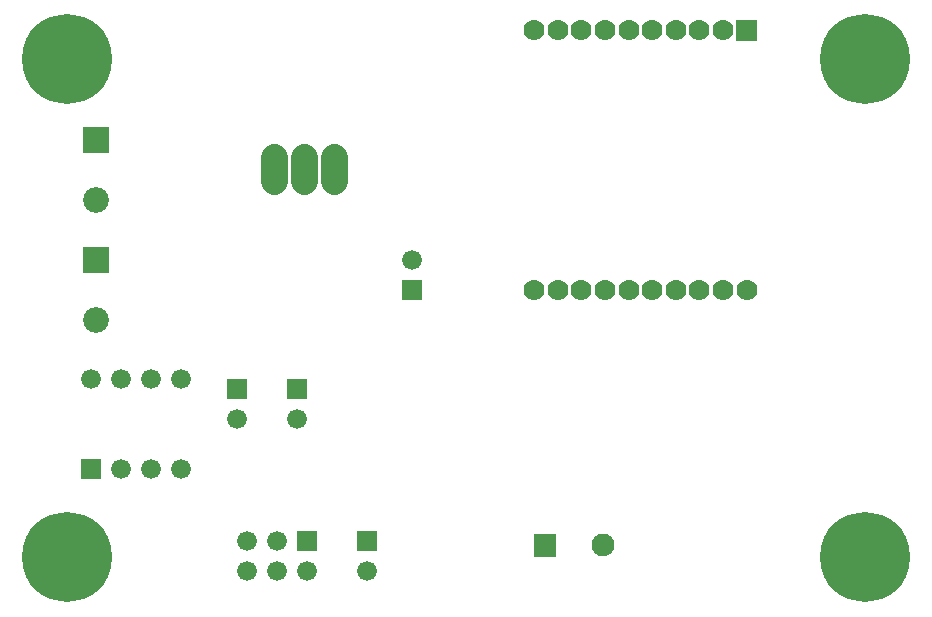
<source format=gbr>
G04 start of page 6 for group -4062 idx -4062 *
G04 Title: (unknown), soldermask *
G04 Creator: pcb 20110918 *
G04 CreationDate: Thu 28 Mar 2013 10:59:42 PM GMT UTC *
G04 For: railfan *
G04 Format: Gerber/RS-274X *
G04 PCB-Dimensions: 300000 200000 *
G04 PCB-Coordinate-Origin: lower left *
%MOIN*%
%FSLAX25Y25*%
%LNBOTTOMMASK*%
%ADD86C,0.0907*%
%ADD85C,0.0900*%
%ADD84C,0.0860*%
%ADD83C,0.0660*%
%ADD82C,0.0760*%
%ADD81C,0.0700*%
%ADD80C,0.0001*%
%ADD79C,0.2997*%
G54D79*X283000Y183000D03*
G54D80*G36*
X239996Y196114D02*Y189114D01*
X246996D01*
Y196114D01*
X239996D01*
G37*
G54D81*X235622Y192614D03*
X227748D03*
X219874D03*
X212000D03*
X204126D03*
X243496Y106000D03*
X235622D03*
X227748D03*
X219874D03*
X212000D03*
X204126D03*
G54D80*G36*
X172488Y24800D02*Y17200D01*
X180088D01*
Y24800D01*
X172488D01*
G37*
G54D82*X195500Y21000D03*
G54D80*G36*
X93700Y25800D02*Y19200D01*
X100300D01*
Y25800D01*
X93700D01*
G37*
G54D83*X87000Y22500D03*
X77000D03*
G54D80*G36*
X113700Y25800D02*Y19200D01*
X120300D01*
Y25800D01*
X113700D01*
G37*
G54D83*X97000Y12500D03*
G54D80*G36*
X90200Y76300D02*Y69700D01*
X96800D01*
Y76300D01*
X90200D01*
G37*
G54D83*X93500Y63000D03*
X87000Y12500D03*
X77000D03*
G54D80*G36*
X70200Y76300D02*Y69700D01*
X76800D01*
Y76300D01*
X70200D01*
G37*
G54D83*X73500Y63000D03*
G54D79*X283000Y17000D03*
G54D83*X117000Y12500D03*
G54D81*X196252Y192614D03*
X188378D03*
X180504D03*
X172630D03*
X196252Y106000D03*
X188378D03*
X180504D03*
G54D79*X17000Y17000D03*
G54D84*X26500Y96000D03*
G54D80*G36*
X21700Y49800D02*Y43200D01*
X28300D01*
Y49800D01*
X21700D01*
G37*
G54D83*X25000Y76500D03*
X35000Y46500D03*
Y76500D03*
X45000Y46500D03*
X55000D03*
Y76500D03*
X45000D03*
G54D81*X172630Y106000D03*
G54D80*G36*
X128700Y109300D02*Y102700D01*
X135300D01*
Y109300D01*
X128700D01*
G37*
G54D83*X132000Y116000D03*
G54D85*X106000Y146500D03*
X96000D03*
G54D80*G36*
X81500Y151000D02*Y142000D01*
X90500D01*
Y151000D01*
X81500D01*
G37*
G54D79*X17000Y183000D03*
G54D80*G36*
X22200Y120300D02*Y111700D01*
X30800D01*
Y120300D01*
X22200D01*
G37*
G36*
Y160300D02*Y151700D01*
X30800D01*
Y160300D01*
X22200D01*
G37*
G54D84*X26500Y136000D03*
G54D86*X96000Y150437D02*Y142563D01*
X106000Y150437D02*Y142563D01*
X86000Y150437D02*Y142563D01*
M02*

</source>
